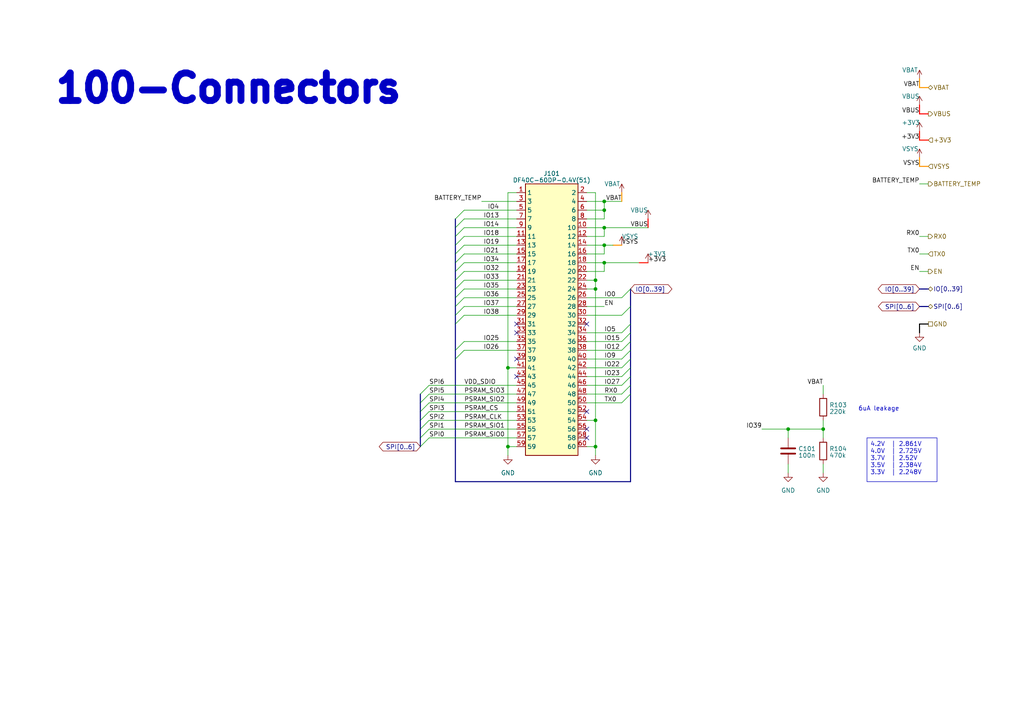
<source format=kicad_sch>
(kicad_sch (version 20231120) (generator "eeschema") (generator_version "8.0")
  (paper "A4")
  (title_block (title "PSoM - ESP S3") (date "2023-04-17") (rev "HW00") (company "PumaCorp") (comment 1 "Design by: NdG"))
  (lib_symbols
    (symbol "Component lib:C" (pin_numbers hide) (pin_names (offset 0.254))
      (property "Reference" "C" (at 0.635 -1.27 0))
      (property "Value" "C" (at 0.635 -6.35 0))
      (symbol "C_0_1"
        (polyline (pts (xy -2.032 -4.572) (xy 2.032 -4.572)) (stroke (width 0.508)))
        (polyline (pts (xy -2.032 -3.048) (xy 2.032 -3.048)) (stroke (width 0.508)))
      )
      (symbol "C_1_1"
        (pin passive line (at 0 0 270) (length 2.794) (name "~") (number "1"))
        (pin passive line (at 0 -7.62 90) (length 2.794) (name "~") (number "2"))
      )
    )
    (symbol "Component_lib:DF40C-60DP-0.4V(51)"
      (property "Reference" "J" (at 5.08 7.62 0))
      (property "Value" "DF40C-60DP-0.4V(51)" (at 12.7 5.08 0))
      (symbol "DF40C-60DP-0.4V(51)_1_1"
        (rectangle (start 2.54 2.54) (end 17.78 -76.2) (stroke (width 0.254)) (fill (type background)))
        (pin passive line (at 0 0 0) (length 2.54) (name "1") (number "1"))
        (pin passive line (at 20.32 -10.16 180) (length 2.54) (name "10") (number "10"))
        (pin passive line (at 0 -12.7 0) (length 2.54) (name "11") (number "11"))
        (pin passive line (at 20.32 -12.7 180) (length 2.54) (name "12") (number "12"))
        (pin passive line (at 0 -15.24 0) (length 2.54) (name "13") (number "13"))
        (pin passive line (at 20.32 -15.24 180) (length 2.54) (name "14") (number "14"))
        (pin passive line (at 0 -17.78 0) (length 2.54) (name "15") (number "15"))
        (pin passive line (at 20.32 -17.78 180) (length 2.54) (name "16") (number "16"))
        (pin passive line (at 0 -20.32 0) (length 2.54) (name "17") (number "17"))
        (pin passive line (at 20.32 -20.32 180) (length 2.54) (name "18") (number "18"))
        (pin passive line (at 0 -22.86 0) (length 2.54) (name "19") (number "19"))
        (pin passive line (at 20.32 0 180) (length 2.54) (name "2") (number "2"))
        (pin passive line (at 20.32 -22.86 180) (length 2.54) (name "20") (number "20"))
        (pin passive line (at 0 -25.4 0) (length 2.54) (name "21") (number "21"))
        (pin passive line (at 20.32 -25.4 180) (length 2.54) (name "22") (number "22"))
        (pin passive line (at 0 -27.94 0) (length 2.54) (name "23") (number "23"))
        (pin passive line (at 20.32 -27.94 180) (length 2.54) (name "24") (number "24"))
        (pin passive line (at 0 -30.48 0) (length 2.54) (name "25") (number "25"))
        (pin passive line (at 20.32 -30.48 180) (length 2.54) (name "26") (number "26"))
        (pin passive line (at 0 -33.02 0) (length 2.54) (name "27") (number "27"))
        (pin passive line (at 20.32 -33.02 180) (length 2.54) (name "28") (number "28"))
        (pin passive line (at 0 -35.56 0) (length 2.54) (name "29") (number "29"))
        (pin passive line (at 0 -2.54 0) (length 2.54) (name "3") (number "3"))
        (pin passive line (at 20.32 -35.56 180) (length 2.54) (name "30") (number "30"))
        (pin passive line (at 0 -38.1 0) (length 2.54) (name "31") (number "31"))
        (pin passive line (at 20.32 -38.1 180) (length 2.54) (name "32") (number "32"))
        (pin passive line (at 0 -40.64 0) (length 2.54) (name "33") (number "33"))
        (pin passive line (at 20.32 -40.64 180) (length 2.54) (name "34") (number "34"))
        (pin passive line (at 0 -43.18 0) (length 2.54) (name "35") (number "35"))
        (pin passive line (at 20.32 -43.18 180) (length 2.54) (name "36") (number "36"))
        (pin passive line (at 0 -45.72 0) (length 2.54) (name "37") (number "37"))
        (pin passive line (at 20.32 -45.72 180) (length 2.54) (name "38") (number "38"))
        (pin passive line (at 0 -48.26 0) (length 2.54) (name "39") (number "39"))
        (pin passive line (at 20.32 -2.54 180) (length 2.54) (name "4") (number "4"))
        (pin passive line (at 20.32 -48.26 180) (length 2.54) (name "40") (number "40"))
        (pin passive line (at 0 -50.8 0) (length 2.54) (name "41") (number "41"))
        (pin passive line (at 20.32 -50.8 180) (length 2.54) (name "42") (number "42"))
        (pin passive line (at 0 -53.34 0) (length 2.54) (name "43") (number "43"))
        (pin passive line (at 20.32 -53.34 180) (length 2.54) (name "44") (number "44"))
        (pin passive line (at 0 -55.88 0) (length 2.54) (name "45") (number "45"))
        (pin passive line (at 20.32 -55.88 180) (length 2.54) (name "46") (number "46"))
        (pin passive line (at 0 -58.42 0) (length 2.54) (name "47") (number "47"))
        (pin passive line (at 20.32 -58.42 180) (length 2.54) (name "48") (number "48"))
        (pin passive line (at 0 -60.96 0) (length 2.54) (name "49") (number "49"))
        (pin passive line (at 0 -5.08 0) (length 2.54) (name "5") (number "5"))
        (pin passive line (at 20.32 -60.96 180) (length 2.54) (name "50") (number "50"))
        (pin passive line (at 0 -63.5 0) (length 2.54) (name "51") (number "51"))
        (pin passive line (at 20.32 -63.5 180) (length 2.54) (name "52") (number "52"))
        (pin passive line (at 0 -66.04 0) (length 2.54) (name "53") (number "53"))
        (pin passive line (at 20.32 -66.04 180) (length 2.54) (name "54") (number "54"))
        (pin passive line (at 0 -68.58 0) (length 2.54) (name "55") (number "55"))
        (pin passive line (at 20.32 -68.58 180) (length 2.54) (name "56") (number "56"))
        (pin passive line (at 0 -71.12 0) (length 2.54) (name "57") (number "57"))
        (pin passive line (at 20.32 -71.12 180) (length 2.54) (name "58") (number "58"))
        (pin passive line (at 0 -73.66 0) (length 2.54) (name "59") (number "59"))
        (pin passive line (at 20.32 -5.08 180) (length 2.54) (name "6") (number "6"))
        (pin passive line (at 20.32 -73.66 180) (length 2.54) (name "60") (number "60"))
        (pin passive line (at 0 -7.62 0) (length 2.54) (name "7") (number "7"))
        (pin passive line (at 20.32 -7.62 180) (length 2.54) (name "8") (number "8"))
        (pin passive line (at 0 -10.16 0) (length 2.54) (name "9") (number "9"))
      )
    )
    (symbol "Component_lib:R" (pin_numbers hide) (pin_names (offset 0))
      (property "Reference" "R" (at 2.032 -3.81 90))
      (property "Value" "R" (at 0 -3.81 90))
      (symbol "R_0_1"
        (rectangle (start -1.016 -6.35) (end 1.016 -1.27) (stroke (width 0.254)))
      )
      (symbol "R_1_1"
        (pin passive line (at 0 0 270) (length 1.27) (name "~") (number "1"))
        (pin passive line (at 0 -7.62 90) (length 1.27) (name "~") (number "2"))
      )
    )
    (symbol "Component_lib:VBAT" (power) (pin_numbers hide) (in_bom no) (on_board no)
      (property "Value" "VBAT" (at 0 3.81 0))
      (symbol "VBAT_0_0"
        (pin passive line (at 0 0 90) (length 2.54) hide (name "") (number ""))
      )
      (symbol "VBAT_0_1"
        (polyline (pts (xy 0 0) (xy 0 2.54) (xy 0.635 1.27) (xy 0 2.54) (xy -0.635 1.27)) (stroke (width 0.1524)))
      )
    )
    (symbol "Component_lib:VSYS" (power) (pin_numbers hide) (in_bom no) (on_board no)
      (property "Value" "VSYS" (at 0 3.81 0))
      (symbol "VSYS_0_0"
        (pin passive line (at 0 0 90) (length 2.54) hide (name "") (number ""))
      )
      (symbol "VSYS_0_1"
        (polyline (pts (xy 0 0) (xy 0 2.54) (xy 0.635 1.27) (xy 0 2.54) (xy -0.635 1.27)) (stroke (width 0.1524)))
      )
    )
    (symbol "GND_2" (power) (pin_names (offset 0))
      (property "Value" "GND_2" (at 0 -3.81 0))
      (symbol "GND_2_0_1"
        (polyline (pts (xy 0 0) (xy 0 -1.27) (xy 1.27 -1.27) (xy 0 -2.54) (xy -1.27 -1.27) (xy 0 -1.27)))
      )
      (symbol "GND_2_1_1"
        (pin power_in line (at 0 0 270) (length 0) hide (name "GND") (number "1"))
      )
    )
    (symbol "power:+3V3" (power) (pin_names (offset 0))
      (property "Value" "+3V3" (at 0 3.556 0))
      (symbol "+3V3_0_1"
        (polyline (pts (xy -0.762 1.27) (xy 0 2.54)))
        (polyline (pts (xy 0 0) (xy 0 2.54)))
        (polyline (pts (xy 0 2.54) (xy 0.762 1.27)))
      )
      (symbol "+3V3_1_1"
        (pin power_in line (at 0 0 90) (length 0) hide (name "+3V3") (number "1"))
      )
    )
    (symbol "power:GND" (power) (pin_names (offset 0))
      (property "Value" "GND" (at 0 -3.81 0))
      (symbol "GND_0_1"
        (polyline (pts (xy 0 0) (xy 0 -1.27) (xy 1.27 -1.27) (xy 0 -2.54) (xy -1.27 -1.27) (xy 0 -1.27)))
      )
      (symbol "GND_1_1"
        (pin power_in line (at 0 0 270) (length 0) hide (name "GND") (number "1"))
      )
    )
    (symbol "power:VBUS" (power) (pin_names (offset 0))
      (property "Value" "VBUS" (at 0 3.81 0))
      (symbol "VBUS_0_1"
        (polyline (pts (xy -0.762 1.27) (xy 0 2.54)))
        (polyline (pts (xy 0 0) (xy 0 2.54)))
        (polyline (pts (xy 0 2.54) (xy 0.762 1.27)))
      )
      (symbol "VBUS_1_1"
        (pin power_in line (at 0 0 90) (length 0) hide (name "VBUS") (number "1"))
      )
    )
  )
  (junction (at 228.6 124.46))
  (junction (at 172.72 83.82))
  (junction (at 175.26 58.42))
  (junction (at 147.32 129.54))
  (junction (at 175.26 76.2))
  (junction (at 147.32 106.68))
  (junction (at 175.26 60.96))
  (junction (at 172.72 121.92))
  (junction (at 175.26 66.04))
  (junction (at 175.26 71.12))
  (junction (at 238.76 124.46))
  (junction (at 172.72 129.54))
  (junction (at 172.72 81.28))
  (no_connect (at 170.18 124.46))
  (no_connect (at 149.86 109.22))
  (no_connect (at 149.86 96.52))
  (no_connect (at 149.86 104.14))
  (no_connect (at 170.18 127))
  (no_connect (at 170.18 119.38))
  (no_connect (at 149.86 93.98))
  (no_connect (at 170.18 93.98))
  (bus_entry (at 134.62 76.2) (size -2.54 2.54))
  (bus_entry (at 180.34 114.3) (size 2.54 -2.54))
  (bus_entry (at 134.62 91.44) (size -2.54 2.54))
  (bus_entry (at 180.34 96.52) (size 2.54 -2.54))
  (bus_entry (at 124.46 116.84) (size -2.54 2.54))
  (bus_entry (at 180.34 101.6) (size 2.54 -2.54))
  (bus_entry (at 134.62 99.06) (size -2.54 2.54))
  (bus_entry (at 124.46 127) (size -2.54 2.54))
  (bus_entry (at 134.62 86.36) (size -2.54 2.54))
  (bus_entry (at 124.46 114.3) (size -2.54 2.54))
  (bus_entry (at 134.62 63.5) (size -2.54 2.54))
  (bus_entry (at 134.62 88.9) (size -2.54 2.54))
  (bus_entry (at 180.34 86.36) (size 2.54 -2.54))
  (bus_entry (at 124.46 121.92) (size -2.54 2.54))
  (bus_entry (at 180.34 109.22) (size 2.54 -2.54))
  (bus_entry (at 134.62 83.82) (size -2.54 2.54))
  (bus_entry (at 180.34 91.44) (size 2.54 -2.54))
  (bus_entry (at 134.62 60.96) (size -2.54 2.54))
  (bus_entry (at 180.34 106.68) (size 2.54 -2.54))
  (bus_entry (at 134.62 71.12) (size -2.54 2.54))
  (bus_entry (at 134.62 73.66) (size -2.54 2.54))
  (bus_entry (at 124.46 124.46) (size -2.54 2.54))
  (bus_entry (at 134.62 78.74) (size -2.54 2.54))
  (bus_entry (at 134.62 101.6) (size -2.54 2.54))
  (bus_entry (at 134.62 66.04) (size -2.54 2.54))
  (bus_entry (at 124.46 119.38) (size -2.54 2.54))
  (bus_entry (at 134.62 68.58) (size -2.54 2.54))
  (bus_entry (at 180.34 116.84) (size 2.54 -2.54))
  (bus_entry (at 180.34 104.14) (size 2.54 -2.54))
  (bus_entry (at 124.46 111.76) (size -2.54 2.54))
  (bus_entry (at 180.34 111.76) (size 2.54 -2.54))
  (bus_entry (at 134.62 81.28) (size -2.54 2.54))
  (bus_entry (at 180.34 99.06) (size 2.54 -2.54))
  (wire (pts (xy 170.18 99.06) (xy 180.34 99.06)))
  (bus (pts (xy 182.88 83.82) (xy 182.88 88.9)))
  (bus (pts (xy 121.92 127) (xy 121.92 124.46)))
  (wire (pts (xy 134.62 91.44) (xy 149.86 91.44)))
  (wire (pts (xy 266.7 22.86) (xy 266.7 25.4)) (stroke (width 0.3) (color 255 153 0 1)))
  (wire (pts (xy 134.62 88.9) (xy 149.86 88.9)))
  (wire (pts (xy 139.7 58.42) (xy 149.86 58.42)))
  (wire (pts (xy 175.26 78.74) (xy 175.26 76.2)))
  (wire (pts (xy 170.18 106.68) (xy 180.34 106.68)))
  (wire (pts (xy 238.76 111.76) (xy 238.76 114.3)))
  (wire (pts (xy 170.18 101.6) (xy 180.34 101.6)))
  (wire (pts (xy 124.46 124.46) (xy 149.86 124.46)))
  (wire (pts (xy 172.72 55.88) (xy 172.72 81.28)))
  (wire (pts (xy 124.46 127) (xy 149.86 127)))
  (wire (pts (xy 134.62 66.04) (xy 149.86 66.04)))
  (wire (pts (xy 170.18 81.28) (xy 172.72 81.28)))
  (wire (pts (xy 147.32 106.68) (xy 147.32 129.54)))
  (wire (pts (xy 266.7 48.26) (xy 269.24 48.26)) (stroke (width 0.3) (color 255 148 0 1)))
  (wire (pts (xy 170.18 121.92) (xy 172.72 121.92)))
  (wire (pts (xy 170.18 76.2) (xy 175.26 76.2)))
  (wire (pts (xy 134.62 86.36) (xy 149.86 86.36)))
  (wire (pts (xy 170.18 68.58) (xy 175.26 68.58)))
  (wire (pts (xy 147.32 106.68) (xy 149.86 106.68)))
  (bus (pts (xy 121.92 119.38) (xy 121.92 116.84)))
  (bus (pts (xy 132.08 81.28) (xy 132.08 83.82)))
  (bus (pts (xy 132.08 139.7) (xy 182.88 139.7)))
  (wire (pts (xy 170.18 78.74) (xy 175.26 78.74)))
  (wire (pts (xy 170.18 66.04) (xy 175.26 66.04)))
  (wire (pts (xy 170.18 114.3) (xy 180.34 114.3)))
  (wire (pts (xy 228.6 124.46) (xy 228.6 127)))
  (wire (pts (xy 124.46 119.38) (xy 149.86 119.38)))
  (bus (pts (xy 182.88 104.14) (xy 182.88 106.68)))
  (bus (pts (xy 266.7 88.9) (xy 269.24 88.9)))
  (wire (pts (xy 175.26 60.96) (xy 175.26 58.42)))
  (bus (pts (xy 132.08 91.44) (xy 132.08 93.98)))
  (wire (pts (xy 134.62 78.74) (xy 149.86 78.74)))
  (bus (pts (xy 132.08 66.04) (xy 132.08 68.58)))
  (wire (pts (xy 170.18 111.76) (xy 180.34 111.76)))
  (wire (pts (xy 175.26 68.58) (xy 175.26 66.04)))
  (wire (pts (xy 266.7 73.66) (xy 269.24 73.66)))
  (wire (pts (xy 170.18 60.96) (xy 175.26 60.96)))
  (wire (pts (xy 228.6 124.46) (xy 238.76 124.46)))
  (bus (pts (xy 132.08 78.74) (xy 132.08 81.28)))
  (wire (pts (xy 266.7 68.58) (xy 269.24 68.58)))
  (bus (pts (xy 132.08 101.6) (xy 132.08 104.14)))
  (wire (pts (xy 266.7 30.48) (xy 266.7 33.02)) (stroke (width 0.3) (color 255 0 0 1)))
  (wire (pts (xy 266.7 33.02) (xy 269.24 33.02)) (stroke (width 0.3) (color 255 0 0 1)))
  (wire (pts (xy 134.62 76.2) (xy 149.86 76.2)))
  (wire (pts (xy 266.7 38.1) (xy 266.7 40.64)) (stroke (width 0.3) (color 255 17 1 1)))
  (wire (pts (xy 170.18 71.12) (xy 175.26 71.12)))
  (wire (pts (xy 172.72 83.82) (xy 172.72 121.92)))
  (wire (pts (xy 170.18 63.5) (xy 175.26 63.5)))
  (wire (pts (xy 175.26 66.04) (xy 187.96 66.04)))
  (wire (pts (xy 124.46 114.3) (xy 149.86 114.3)))
  (wire (pts (xy 170.18 88.9) (xy 175.26 88.9)))
  (wire (pts (xy 134.62 71.12) (xy 149.86 71.12)))
  (wire (pts (xy 220.98 124.46) (xy 228.6 124.46)))
  (wire (pts (xy 238.76 124.46) (xy 238.76 127)))
  (wire (pts (xy 134.62 83.82) (xy 149.86 83.82)))
  (wire (pts (xy 175.26 76.2) (xy 185.42 76.2)))
  (wire (pts (xy 175.26 63.5) (xy 175.26 60.96)))
  (wire (pts (xy 134.62 68.58) (xy 149.86 68.58)))
  (wire (pts (xy 266.7 96.52) (xy 266.7 93.98)) (stroke (width 0.3) (color 0 0 0 1)))
  (wire (pts (xy 185.42 76.2) (xy 187.96 76.2)) (stroke (width 0.3) (color 255 17 1 1)))
  (wire (pts (xy 134.62 99.06) (xy 149.86 99.06)))
  (wire (pts (xy 266.7 53.34) (xy 269.24 53.34)))
  (wire (pts (xy 172.72 81.28) (xy 172.72 83.82)))
  (wire (pts (xy 266.7 25.4) (xy 269.24 25.4)) (stroke (width 0.3) (color 255 153 0 1)))
  (wire (pts (xy 170.18 83.82) (xy 172.72 83.82)))
  (wire (pts (xy 134.62 101.6) (xy 149.86 101.6)))
  (wire (pts (xy 266.7 78.74) (xy 269.24 78.74)))
  (wire (pts (xy 147.32 129.54) (xy 147.32 132.08)))
  (bus (pts (xy 121.92 116.84) (xy 121.92 114.3)))
  (wire (pts (xy 124.46 121.92) (xy 149.86 121.92)))
  (wire (pts (xy 134.62 81.28) (xy 149.86 81.28)))
  (wire (pts (xy 170.18 116.84) (xy 180.34 116.84)))
  (bus (pts (xy 132.08 63.5) (xy 132.08 66.04)))
  (wire (pts (xy 238.76 134.62) (xy 238.76 137.16)))
  (wire (pts (xy 187.96 63.5) (xy 187.96 66.04)) (stroke (width 0.3) (color 255 0 0 1)))
  (wire (pts (xy 134.62 60.96) (xy 149.86 60.96)))
  (wire (pts (xy 149.86 55.88) (xy 147.32 55.88)))
  (wire (pts (xy 170.18 86.36) (xy 180.34 86.36)))
  (bus (pts (xy 266.7 83.82) (xy 269.24 83.82)))
  (wire (pts (xy 147.32 55.88) (xy 147.32 106.68)))
  (bus (pts (xy 132.08 86.36) (xy 132.08 88.9)))
  (wire (pts (xy 124.46 116.84) (xy 149.86 116.84)))
  (bus (pts (xy 182.88 88.9) (xy 182.88 93.98)))
  (wire (pts (xy 238.76 124.46) (xy 238.76 121.92)))
  (bus (pts (xy 132.08 71.12) (xy 132.08 73.66)))
  (bus (pts (xy 132.08 73.66) (xy 132.08 76.2)))
  (wire (pts (xy 172.72 121.92) (xy 172.72 129.54)))
  (wire (pts (xy 266.7 45.72) (xy 266.7 48.26)) (stroke (width 0.3) (color 255 148 0 1)))
  (bus (pts (xy 132.08 68.58) (xy 132.08 71.12)))
  (wire (pts (xy 266.7 93.98) (xy 269.24 93.98)) (stroke (width 0.3) (color 0 0 0 1)))
  (wire (pts (xy 177.8 71.12) (xy 180.34 71.12)) (stroke (width 0.3) (color 255 148 0 1)))
  (wire (pts (xy 147.32 129.54) (xy 149.86 129.54)))
  (wire (pts (xy 175.26 71.12) (xy 177.8 71.12)))
  (bus (pts (xy 132.08 88.9) (xy 132.08 91.44)))
  (bus (pts (xy 182.88 111.76) (xy 182.88 114.3)))
  (wire (pts (xy 170.18 104.14) (xy 180.34 104.14)))
  (wire (pts (xy 170.18 129.54) (xy 172.72 129.54)))
  (bus (pts (xy 182.88 109.22) (xy 182.88 111.76)))
  (wire (pts (xy 134.62 63.5) (xy 149.86 63.5)))
  (bus (pts (xy 182.88 93.98) (xy 182.88 96.52)))
  (wire (pts (xy 170.18 55.88) (xy 172.72 55.88)))
  (bus (pts (xy 132.08 93.98) (xy 132.08 101.6)))
  (wire (pts (xy 170.18 73.66) (xy 175.26 73.66)))
  (bus (pts (xy 182.88 99.06) (xy 182.88 101.6)))
  (bus (pts (xy 182.88 114.3) (xy 182.88 139.7)))
  (wire (pts (xy 175.26 73.66) (xy 175.26 71.12)))
  (bus (pts (xy 132.08 83.82) (xy 132.08 86.36)))
  (bus (pts (xy 182.88 96.52) (xy 182.88 99.06)))
  (wire (pts (xy 170.18 109.22) (xy 180.34 109.22)))
  (bus (pts (xy 121.92 124.46) (xy 121.92 121.92)))
  (wire (pts (xy 134.62 73.66) (xy 149.86 73.66)))
  (bus (pts (xy 132.08 76.2) (xy 132.08 78.74)))
  (bus (pts (xy 121.92 129.54) (xy 121.92 127)))
  (wire (pts (xy 228.6 134.62) (xy 228.6 137.16)))
  (bus (pts (xy 121.92 121.92) (xy 121.92 119.38)))
  (bus (pts (xy 182.88 106.68) (xy 182.88 109.22)))
  (wire (pts (xy 172.72 129.54) (xy 172.72 132.08)))
  (wire (pts (xy 180.34 55.88) (xy 180.34 58.42)) (stroke (width 0.3) (color 255 153 0 1)))
  (wire (pts (xy 170.18 96.52) (xy 180.34 96.52)))
  (wire (pts (xy 175.26 58.42) (xy 180.34 58.42)))
  (wire (pts (xy 170.18 91.44) (xy 180.34 91.44)))
  (wire (pts (xy 124.46 111.76) (xy 149.86 111.76)))
  (bus (pts (xy 132.08 104.14) (xy 132.08 139.7)))
  (wire (pts (xy 170.18 58.42) (xy 175.26 58.42)))
  (bus (pts (xy 182.88 101.6) (xy 182.88 104.14)))
  (wire (pts (xy 266.7 40.64) (xy 269.24 40.64)) (stroke (width 0.3) (color 255 17 1 1)))
  (text_box "4.2V  | 2.861V\n4.0V  | 2.725V\n3.7V  | 2.52V\n3.5V  | 2.384V\n3.3V  | 2.248V" (at 251.46 127 0) (size 20.32 12.7) (effects (font (size 1.27 1.27)) (justify left top)))
  (text "100-Connectors" (at 15.24 30.48 0) (effects (font (size 8 8) (thickness 3) (bold yes)) (justify left bottom)))
  (text "6uA leakage" (at 248.92 119.38 0) (effects (font (size 1.27 1.27)) (justify left bottom)))
  (label "BATTERY_TEMP" (at 139.7 58.42 180))
  (label "VSYS" (at 180.34 71.12 0))
  (label "IO21" (at 144.78 73.66 180))
  (label "SPI1" (at 124.46 124.46 0))
  (label "EN" (at 266.7 78.74 180))
  (label "TX0" (at 266.7 73.66 180))
  (label "VBAT" (at 266.7 25.4 180))
  (label "PSRAM_CLK" (at 134.62 121.92 0))
  (label "VBUS" (at 266.7 33.02 180))
  (label "SPI6" (at 124.46 111.76 0))
  (label "VBAT" (at 180.34 58.42 180))
  (label "SPI2" (at 124.46 121.92 0))
  (label "IO12" (at 175.26 101.6 0))
  (label "IO4" (at 144.78 60.96 180))
  (label "VSYS" (at 266.7 48.26 180))
  (label "VDD_SDIO" (at 134.62 111.76 0))
  (label "IO5" (at 175.26 96.52 0))
  (label "IO34" (at 144.78 76.2 180))
  (label "BATTERY_TEMP" (at 266.7 53.34 180))
  (label "IO9" (at 175.26 104.14 0))
  (label "IO35" (at 144.78 83.82 180))
  (label "IO27" (at 175.26 111.76 0))
  (label "IO23" (at 175.26 109.22 0))
  (label "IO0" (at 175.26 86.36 0))
  (label "EN" (at 175.26 88.9 0))
  (label "IO18" (at 144.78 68.58 180))
  (label "IO38" (at 144.78 91.44 180))
  (label "IO13" (at 144.78 63.5 180))
  (label "IO25" (at 144.78 99.06 180))
  (label "IO36" (at 144.78 86.36 180))
  (label "IO26" (at 144.78 101.6 180))
  (label "+3V3" (at 266.7 40.64 180))
  (label "IO19" (at 144.78 71.12 180))
  (label "IO15" (at 175.26 99.06 0))
  (label "PSRAM_SIO1" (at 134.62 124.46 0))
  (label "PSRAM_SIO0" (at 134.62 127 0))
  (label "IO39" (at 220.98 124.46 180))
  (label "IO33" (at 144.78 81.28 180))
  (label "SPI3" (at 124.46 119.38 0))
  (label "IO22" (at 175.26 106.68 0))
  (label "RX0" (at 266.7 68.58 180))
  (label "SPI5" (at 124.46 114.3 0))
  (label "VBAT" (at 238.76 111.76 180))
  (label "VBUS" (at 187.96 66.04 180))
  (label "PSRAM_SIO3" (at 134.62 114.3 0))
  (label "+3V3" (at 187.96 76.2 0))
  (label "SPI4" (at 124.46 116.84 0))
  (label "PSRAM_CS" (at 134.62 119.38 0))
  (label "IO32" (at 144.78 78.74 180))
  (label "SPI0" (at 124.46 127 0))
  (label "IO14" (at 144.78 66.04 180))
  (label "RX0" (at 175.26 114.3 0))
  (label "IO37" (at 144.78 88.9 180))
  (label "TX0" (at 175.26 116.84 0))
  (label "PSRAM_SIO2" (at 134.62 116.84 0))
  (global_label "IO[0..39]" (shape bidirectional) (at 182.88 83.82 0) (property "Intersheetrefs" "${INTERSHEET_REFS}" (effects (hide yes))))
  (global_label "SPI[0..6]" (shape bidirectional) (at 121.92 129.54 180) (property "Intersheetrefs" "${INTERSHEET_REFS}" (effects (hide yes))))
  (global_label "IO[0..39]" (shape bidirectional) (at 266.7 83.82 180) (property "Intersheetrefs" "${INTERSHEET_REFS}" (effects (hide yes))))
  (global_label "SPI[0..6]" (shape bidirectional) (at 266.7 88.9 180) (property "Intersheetrefs" "${INTERSHEET_REFS}" (effects (hide yes))))
  (hierarchical_label "VBAT" (shape bidirectional) (at 269.24 25.4 0))
  (hierarchical_label "EN" (shape output) (at 269.24 78.74 0))
  (hierarchical_label "+3V3" (shape input) (at 269.24 40.64 0))
  (hierarchical_label "VSYS" (shape input) (at 269.24 48.26 0))
  (hierarchical_label "RX0" (shape output) (at 269.24 68.58 0))
  (hierarchical_label "BATTERY_TEMP" (shape output) (at 269.24 53.34 0))
  (hierarchical_label "GND" (shape passive) (at 269.24 93.98 0))
  (hierarchical_label "SPI[0..6]" (shape bidirectional) (at 269.24 88.9 0))
  (hierarchical_label "IO[0..39]" (shape bidirectional) (at 269.24 83.82 0))
  (hierarchical_label "TX0" (shape input) (at 269.24 73.66 0))
  (hierarchical_label "VBUS" (shape output) (at 269.24 33.02 0))
  (symbol (lib_id "Component_lib:VBAT") (at 180.34 55.88 0) (unit 1) (in_bom no) (on_board no)
    (property "Reference" "#VBAT01" (effects (hide yes)))
    (property "Value" "VBAT" (at 175.26 53.34 0) (effects (justify left)))
    (instances (project "ESP_PicoD4_SoM_HW00" (path "" (reference "#VBAT01") (unit 1))) (project "PMK_Keyboard" (path "" (reference "#VBAT0102") (unit 1))))
  )
  (symbol (lib_id "Component_lib:VSYS") (at 266.7 45.72 0) (unit 1) (in_bom no) (on_board no)
    (property "Reference" "#VSYS0101" (effects (hide yes)))
    (property "Value" "VSYS" (at 261.62 43.18 0) (effects (justify left)))
  )
  (symbol (lib_id "power:VBUS") (at 187.96 63.5 0) (unit 1)
    (property "Reference" "#PWR04" (effects (hide yes)))
    (property "Value" "VBUS" (at 185.42 60.96 0))
    (instances (project "ESP_PicoD4_SoM_HW00" (path "" (reference "#PWR04") (unit 1))) (project "PMK_Keyboard" (path "" (reference "#PWR0101") (unit 1))))
  )
  (symbol (lib_name "GND_2") (lib_id "power:GND") (at 238.76 137.16 0) (unit 1)
    (property "Reference" "#PWR011" (effects (hide yes)))
    (property "Value" "GND" (at 238.76 142.24 0))
  )
  (symbol (lib_id "Component_lib:R") (at 238.76 114.3 0) (unit 1)
    (property "Reference" "R103" (at 240.538 117.4663 0) (effects (justify left)))
    (property "Value" "220k" (at 240.538 119.3873 0) (effects (justify left)))
    (property "Footprint" "Resistor_SMD:R_0201_0603Metric" (effects (hide yes)))
  )
  (symbol (lib_name "GND_2") (lib_id "power:GND") (at 172.72 132.08 0) (unit 1)
    (property "Reference" "#PWR02" (effects (hide yes)))
    (property "Value" "GND" (at 172.72 137.16 0))
  )
  (symbol (lib_name "GND_2") (lib_id "power:GND") (at 147.32 132.08 0) (unit 1)
    (property "Reference" "#PWR01" (effects (hide yes)))
    (property "Value" "GND" (at 147.32 137.16 0))
  )
  (symbol (lib_id "Component_lib:R") (at 238.76 127 0) (unit 1)
    (property "Reference" "R104" (at 240.538 130.1663 0) (effects (justify left)))
    (property "Value" "470k" (at 240.538 132.0873 0) (effects (justify left)))
    (property "Footprint" "Resistor_SMD:R_0201_0603Metric" (effects (hide yes)))
  )
  (symbol (lib_id "Component_lib:VSYS") (at 180.34 71.12 0) (unit 1) (in_bom no) (on_board no)
    (property "Reference" "#VSYS01" (effects (hide yes)))
    (property "Value" "VSYS" (at 180.34 68.58 0) (effects (justify left)))
  )
  (symbol (lib_id "power:+3V3") (at 266.7 38.1 0) (unit 1)
    (property "Reference" "#PWR05" (effects (hide yes)))
    (property "Value" "+3V3" (at 264.16 35.56 0))
  )
  (symbol (lib_id "Component_lib:VBAT") (at 266.7 22.86 0) (unit 1) (in_bom no) (on_board no)
    (property "Reference" "#VBAT0102" (effects (hide yes)))
    (property "Value" "VBAT" (at 261.62 20.32 0) (effects (justify left)))
  )
  (symbol (lib_id "Component_lib:DF40C-60DP-0.4V(51)") (at 149.86 55.88 0) (unit 1)
    (property "Reference" "J101" (at 160.02 50.3301 0))
    (property "Value" "DF40C-60DP-0.4V(51)" (at 160.02 52.2511 0))
    (property "Footprint" "Component_lib:DF40C-60DP-0.4V(51)" (effects (hide yes)))
    (property "Datasheet" "https://www.mouser.ch/ProductDetail/Hirose-Connector/DF40C-60DP-04V51?qs=eDUdFcBPps0%252B%252BrqDQtiLyw%3D%3D" (effects (hide yes)))
  )
  (symbol (lib_id "power:VBUS") (at 266.7 30.48 0) (unit 1)
    (property "Reference" "#PWR0101" (effects (hide yes)))
    (property "Value" "VBUS" (at 264.16 27.94 0))
  )
  (symbol (lib_id "power:GND") (at 266.7 96.52 0) (unit 1)
    (property "Reference" "#PWR0118" (effects (hide yes)))
    (property "Value" "GND" (at 266.7 100.9634 0))
  )
  (symbol (lib_name "GND_2") (lib_id "power:GND") (at 228.6 137.16 0) (unit 1)
    (property "Reference" "#PWR012" (effects (hide yes)))
    (property "Value" "GND" (at 228.6 142.24 0))
  )
  (symbol (lib_id "power:+3V3") (at 187.96 76.2 0) (unit 1)
    (property "Reference" "#PWR03" (effects (hide yes)))
    (property "Value" "+3V3" (at 190.5 73.66 0))
  )
  (symbol (lib_id "Component lib:C") (at 228.6 127 0) (unit 1)
    (property "Reference" "C101" (at 231.521 130.1663 0) (effects (justify left)))
    (property "Value" "100n" (at 231.521 132.0873 0) (effects (justify left)))
    (property "Footprint" "Capacitor_SMD:C_0201_0603Metric" (effects (hide yes)))
    (instances (project "ESP_PicoD4_SoM_HW00" (path "" (reference "C101") (unit 1))) (project "PMK_Keyboard" (path "" (reference "C415") (unit 1))))
  )
)
</source>
